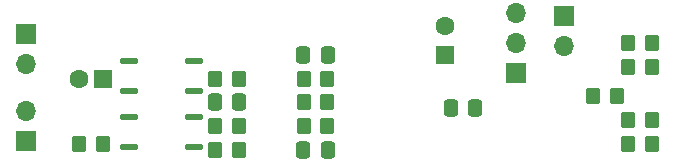
<source format=gbs>
G04 #@! TF.GenerationSoftware,KiCad,Pcbnew,8.0.5*
G04 #@! TF.CreationDate,2024-10-17T19:27:39-07:00*
G04 #@! TF.ProjectId,RocketServo,526f636b-6574-4536-9572-766f2e6b6963,B*
G04 #@! TF.SameCoordinates,Original*
G04 #@! TF.FileFunction,Soldermask,Bot*
G04 #@! TF.FilePolarity,Negative*
%FSLAX46Y46*%
G04 Gerber Fmt 4.6, Leading zero omitted, Abs format (unit mm)*
G04 Created by KiCad (PCBNEW 8.0.5) date 2024-10-17 19:27:39*
%MOMM*%
%LPD*%
G01*
G04 APERTURE LIST*
G04 Aperture macros list*
%AMRoundRect*
0 Rectangle with rounded corners*
0 $1 Rounding radius*
0 $2 $3 $4 $5 $6 $7 $8 $9 X,Y pos of 4 corners*
0 Add a 4 corners polygon primitive as box body*
4,1,4,$2,$3,$4,$5,$6,$7,$8,$9,$2,$3,0*
0 Add four circle primitives for the rounded corners*
1,1,$1+$1,$2,$3*
1,1,$1+$1,$4,$5*
1,1,$1+$1,$6,$7*
1,1,$1+$1,$8,$9*
0 Add four rect primitives between the rounded corners*
20,1,$1+$1,$2,$3,$4,$5,0*
20,1,$1+$1,$4,$5,$6,$7,0*
20,1,$1+$1,$6,$7,$8,$9,0*
20,1,$1+$1,$8,$9,$2,$3,0*%
G04 Aperture macros list end*
%ADD10R,1.700000X1.700000*%
%ADD11O,1.700000X1.700000*%
%ADD12R,1.600000X1.600000*%
%ADD13C,1.600000*%
%ADD14RoundRect,0.250000X0.350000X0.450000X-0.350000X0.450000X-0.350000X-0.450000X0.350000X-0.450000X0*%
%ADD15RoundRect,0.250000X0.337500X0.475000X-0.337500X0.475000X-0.337500X-0.475000X0.337500X-0.475000X0*%
%ADD16RoundRect,0.137500X0.587500X0.137500X-0.587500X0.137500X-0.587500X-0.137500X0.587500X-0.137500X0*%
%ADD17RoundRect,0.250000X-0.350000X-0.450000X0.350000X-0.450000X0.350000X0.450000X-0.350000X0.450000X0*%
%ADD18RoundRect,0.137500X-0.587500X-0.137500X0.587500X-0.137500X0.587500X0.137500X-0.587500X0.137500X0*%
%ADD19RoundRect,0.250000X-0.337500X-0.475000X0.337500X-0.475000X0.337500X0.475000X-0.337500X0.475000X0*%
G04 APERTURE END LIST*
D10*
X135500000Y-88040000D03*
D11*
X135500000Y-85500000D03*
X135500000Y-82960000D03*
D12*
X100500000Y-88500000D03*
D13*
X98500000Y-88500000D03*
D10*
X94000000Y-93775000D03*
D11*
X94000000Y-91235000D03*
D10*
X94000000Y-84725000D03*
D11*
X94000000Y-87265000D03*
D12*
X129500000Y-86500000D03*
D13*
X129500000Y-84000000D03*
D10*
X139500000Y-83225000D03*
D11*
X139500000Y-85765000D03*
D14*
X119500000Y-88500000D03*
X117500000Y-88500000D03*
X100500000Y-94000000D03*
X98500000Y-94000000D03*
X147000000Y-87500000D03*
X145000000Y-87500000D03*
D15*
X112037500Y-90500000D03*
X109962500Y-90500000D03*
D16*
X108250000Y-87000000D03*
X108250000Y-89540000D03*
X102750000Y-89540000D03*
X102750000Y-87000000D03*
D14*
X147000000Y-92000000D03*
X145000000Y-92000000D03*
X119500000Y-90500000D03*
X117500000Y-90500000D03*
X112000000Y-88500000D03*
X110000000Y-88500000D03*
D15*
X119537500Y-86500000D03*
X117462500Y-86500000D03*
D14*
X112000000Y-94500000D03*
X110000000Y-94500000D03*
D17*
X142000000Y-90000000D03*
X144000000Y-90000000D03*
X117500000Y-92500000D03*
X119500000Y-92500000D03*
D14*
X147000000Y-94000000D03*
X145000000Y-94000000D03*
D15*
X119537500Y-94500000D03*
X117462500Y-94500000D03*
D14*
X147000000Y-85500000D03*
X145000000Y-85500000D03*
D18*
X102750000Y-94270000D03*
X102750000Y-91730000D03*
X108250000Y-91730000D03*
X108250000Y-94270000D03*
D17*
X110000000Y-92500000D03*
X112000000Y-92500000D03*
D19*
X129962500Y-91000000D03*
X132037500Y-91000000D03*
M02*

</source>
